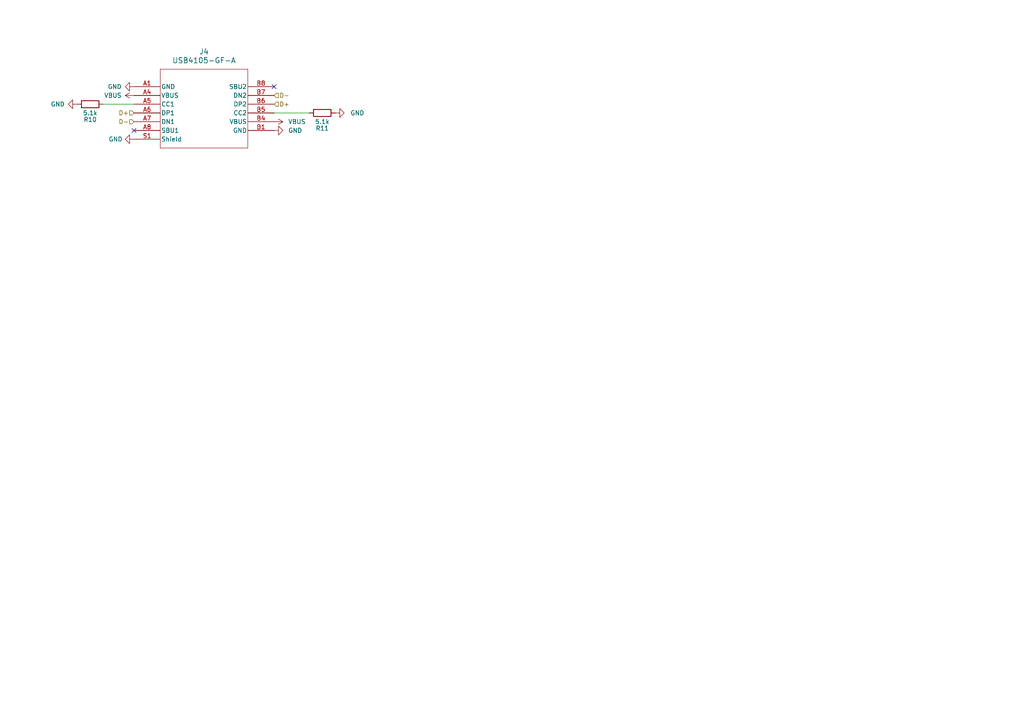
<source format=kicad_sch>
(kicad_sch (version 20230121) (generator eeschema)
  (paper "A4")
  (lib_symbols
    (symbol "2024-01-11_14-18-47:USB4105-GF-A" (pin_names (offset 0.254))
      (property "Reference" "J4" (at 20.32 10.16 0))
      (property "Value" "USB4105-GF-A" (at 20.32 7.62 0))
      (symbol "USB4105-GF-A_0_1"
        (polyline (pts (xy 7.62 -17.78) (xy 33.02 -17.78)) (stroke (width 0.127)))
        (polyline (pts (xy 7.62 5.08) (xy 7.62 -17.78)) (stroke (width 0.127)))
        (polyline (pts (xy 33.02 -17.78) (xy 33.02 5.08)) (stroke (width 0.127)))
        (polyline (pts (xy 33.02 5.08) (xy 7.62 5.08)) (stroke (width 0.127)))
        (pin bidirectional line (at 0 -5.08 0) (length 7.62) (name "CC1") (number "A5"))
        (pin bidirectional line (at 0 -7.62 0) (length 7.62) (name "DP1") (number "A6"))
        (pin bidirectional line (at 0 -10.16 0) (length 7.62) (name "DN1") (number "A7"))
        (pin bidirectional line (at 0 -12.7 0) (length 7.62) (name "SBU1") (number "A8"))
        (pin bidirectional line (at 40.64 -7.62 180) (length 7.62) (name "CC2") (number "B5"))
        (pin bidirectional line (at 40.64 -5.08 180) (length 7.62) (name "DP2") (number "B6"))
        (pin bidirectional line (at 40.64 -2.54 180) (length 7.62) (name "DN2") (number "B7"))
        (pin bidirectional line (at 40.64 0 180) (length 7.62) (name "SBU2") (number "B8"))
      )
      (symbol "USB4105-GF-A_1_1"
        (pin power_out line (at 0 0 0) (length 7.62) (name "GND") (number "A1"))
        (pin power_in line (at 0 -2.54 0) (length 7.62) (name "VBUS") (number "A4"))
        (pin power_out line (at 40.64 -12.7 180) (length 7.62) (name "GND") (number "B1"))
        (pin power_in line (at 40.64 -10.16 180) (length 7.62) (name "VBUS") (number "B4"))
        (pin power_out line (at 0 -15.24 0) (length 7.62) (name "Shield") (number "S1"))
      )
    )
    (symbol "Device:R" (pin_numbers hide) (pin_names (offset 0))
      (property "Reference" "R" (at 2.032 0 90))
      (property "Value" "R" (at 0 0 90))
      (symbol "R_0_1"
        (rectangle (start -1.016 -2.54) (end 1.016 2.54) (stroke (width 0.254)))
      )
      (symbol "R_1_1"
        (pin passive line (at 0 3.81 270) (length 1.27) (name "~") (number "1"))
        (pin passive line (at 0 -3.81 90) (length 1.27) (name "~") (number "2"))
      )
    )
    (symbol "power:GND" (power) (pin_names (offset 0))
      (property "Value" "GND" (at 0 -3.81 0))
      (symbol "GND_0_1"
        (polyline (pts (xy 0 0) (xy 0 -1.27) (xy 1.27 -1.27) (xy 0 -2.54) (xy -1.27 -1.27) (xy 0 -1.27)))
      )
      (symbol "GND_1_1"
        (pin power_in line (at 0 0 270) (length 0) hide (name "GND") (number "1"))
      )
    )
    (symbol "power:VBUS" (power) (pin_names (offset 0))
      (property "Value" "VBUS" (at 0 3.81 0))
      (symbol "VBUS_0_1"
        (polyline (pts (xy -0.762 1.27) (xy 0 2.54)))
        (polyline (pts (xy 0 0) (xy 0 2.54)))
        (polyline (pts (xy 0 2.54) (xy 0.762 1.27)))
      )
      (symbol "VBUS_1_1"
        (pin power_in line (at 0 0 90) (length 0) hide (name "VBUS") (number "1"))
      )
    )
  )
  (no_connect (at 79.502 25.146))
  (no_connect (at 38.862 37.846))
  (wire (pts (xy 89.662 32.766) (xy 79.502 32.766)))
  (wire (pts (xy 38.862 30.226) (xy 29.972 30.226)))
  (hierarchical_label "D-" (shape input) (at 79.502 27.686 0))
  (hierarchical_label "D+" (shape input) (at 79.502 30.226 0))
  (hierarchical_label "D-" (shape input) (at 38.862 35.306 180))
  (hierarchical_label "D+" (shape input) (at 38.862 32.766 180))
  (symbol (lib_id "2024-01-11_14-18-47:USB4105-GF-A") (at 38.862 25.146 0) (unit 1)
    (property "Reference" "J4" (at 59.182 14.986 0) (effects (font (size 1.524 1.524))))
    (property "Value" "USB4105-GF-A" (at 59.182 17.526 0) (effects (font (size 1.524 1.524))))
    (property "Footprint" "Connector_USB:USB_C_Receptacle_GCT_USB4105-xx-A_16P_TopMnt_Horizontal" (effects hide))
    (property "Datasheet" "USB4105-GF-A" (effects hide))
  )
  (symbol (lib_id "power:VBUS") (at 79.502 35.306 270) (unit 1)
    (property "Reference" "#PWR045" (effects hide))
    (property "Value" "VBUS" (at 83.566 35.306 90) (effects (justify left)))
  )
  (symbol (lib_id "power:GND") (at 97.282 32.766 90) (unit 1)
    (property "Reference" "#PWR047" (effects hide))
    (property "Value" "GND" (at 101.6 32.766 90) (effects (justify right)))
  )
  (symbol (lib_id "power:GND") (at 38.862 25.146 270) (unit 1)
    (property "Reference" "#PWR042" (effects hide))
    (property "Value" "GND" (at 35.306 25.146 90) (effects (justify right)))
  )
  (symbol (lib_id "Device:R") (at 93.472 32.766 90) (unit 1)
    (property "Reference" "R11" (at 93.472 37.211 90))
    (property "Value" "5.1k" (at 93.472 35.306 90))
    (property "Footprint" "Resistor_SMD:R_1206_3216Metric" (effects hide))
  )
  (symbol (lib_id "power:GND") (at 38.862 40.386 270) (unit 1)
    (property "Reference" "#PWR069" (effects hide))
    (property "Value" "GND" (at 35.56 40.386 90) (effects (justify right)))
  )
  (symbol (lib_id "power:GND") (at 22.352 30.226 270) (unit 1)
    (property "Reference" "#PWR044" (effects hide))
    (property "Value" "GND" (at 18.796 30.226 90) (effects (justify right)))
  )
  (symbol (lib_id "Device:R") (at 26.162 30.226 90) (unit 1)
    (property "Reference" "R10" (at 26.162 34.671 90))
    (property "Value" "5.1k" (at 26.162 32.766 90))
    (property "Footprint" "Resistor_SMD:R_1206_3216Metric" (effects hide))
  )
  (symbol (lib_id "power:GND") (at 79.502 37.846 90) (unit 1)
    (property "Reference" "#PWR046" (effects hide))
    (property "Value" "GND" (at 83.566 37.846 90) (effects (justify right)))
  )
  (symbol (lib_id "power:VBUS") (at 38.862 27.686 90) (unit 1)
    (property "Reference" "#PWR043" (effects hide))
    (property "Value" "VBUS" (at 35.306 27.686 90) (effects (justify left)))
  )
)
</source>
